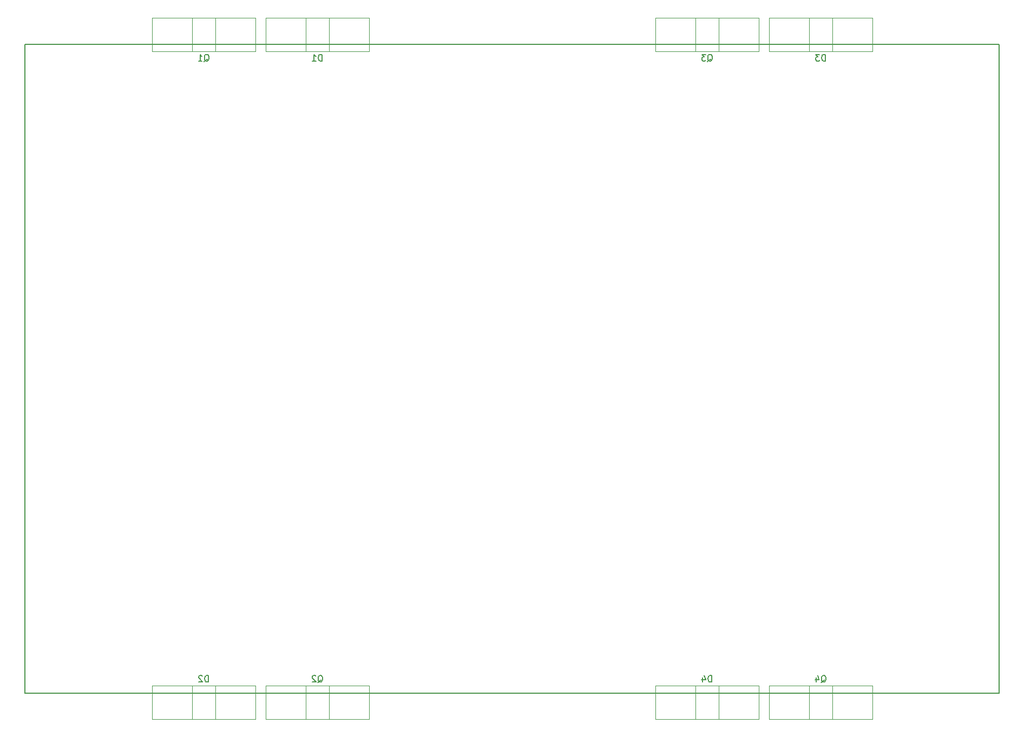
<source format=gbr>
G04 #@! TF.FileFunction,Legend,Bot*
%FSLAX46Y46*%
G04 Gerber Fmt 4.6, Leading zero omitted, Abs format (unit mm)*
G04 Created by KiCad (PCBNEW 4.0.7) date 01/04/18 11:15:24*
%MOMM*%
%LPD*%
G01*
G04 APERTURE LIST*
%ADD10C,0.100000*%
%ADD11C,0.200000*%
%ADD12C,0.120000*%
%ADD13C,0.150000*%
G04 APERTURE END LIST*
D10*
D11*
X20320000Y120650000D02*
X20320000Y19050000D01*
X172720000Y120650000D02*
X20320000Y120650000D01*
X172720000Y19050000D02*
X172720000Y120650000D01*
X20320000Y19050000D02*
X172720000Y19050000D01*
D12*
X57970000Y119469000D02*
X74110000Y119469000D01*
X57970000Y124740000D02*
X74110000Y124740000D01*
X57970000Y119469000D02*
X57970000Y124740000D01*
X74110000Y119469000D02*
X74110000Y124740000D01*
X64236000Y119469000D02*
X64236000Y124740000D01*
X67845000Y119469000D02*
X67845000Y124740000D01*
X56330000Y20231000D02*
X40190000Y20231000D01*
X56330000Y14960000D02*
X40190000Y14960000D01*
X56330000Y20231000D02*
X56330000Y14960000D01*
X40190000Y20231000D02*
X40190000Y14960000D01*
X50064000Y20231000D02*
X50064000Y14960000D01*
X46455000Y20231000D02*
X46455000Y14960000D01*
X136710000Y119469000D02*
X152850000Y119469000D01*
X136710000Y124740000D02*
X152850000Y124740000D01*
X136710000Y119469000D02*
X136710000Y124740000D01*
X152850000Y119469000D02*
X152850000Y124740000D01*
X142976000Y119469000D02*
X142976000Y124740000D01*
X146585000Y119469000D02*
X146585000Y124740000D01*
X135070000Y20231000D02*
X118930000Y20231000D01*
X135070000Y14960000D02*
X118930000Y14960000D01*
X135070000Y20231000D02*
X135070000Y14960000D01*
X118930000Y20231000D02*
X118930000Y14960000D01*
X128804000Y20231000D02*
X128804000Y14960000D01*
X125195000Y20231000D02*
X125195000Y14960000D01*
X40190000Y119469000D02*
X56330000Y119469000D01*
X40190000Y124740000D02*
X56330000Y124740000D01*
X40190000Y119469000D02*
X40190000Y124740000D01*
X56330000Y119469000D02*
X56330000Y124740000D01*
X46456000Y119469000D02*
X46456000Y124740000D01*
X50065000Y119469000D02*
X50065000Y124740000D01*
X74110000Y20231000D02*
X57970000Y20231000D01*
X74110000Y14960000D02*
X57970000Y14960000D01*
X74110000Y20231000D02*
X74110000Y14960000D01*
X57970000Y20231000D02*
X57970000Y14960000D01*
X67844000Y20231000D02*
X67844000Y14960000D01*
X64235000Y20231000D02*
X64235000Y14960000D01*
X118930000Y119469000D02*
X135070000Y119469000D01*
X118930000Y124740000D02*
X135070000Y124740000D01*
X118930000Y119469000D02*
X118930000Y124740000D01*
X135070000Y119469000D02*
X135070000Y124740000D01*
X125196000Y119469000D02*
X125196000Y124740000D01*
X128805000Y119469000D02*
X128805000Y124740000D01*
X152850000Y20231000D02*
X136710000Y20231000D01*
X152850000Y14960000D02*
X136710000Y14960000D01*
X152850000Y20231000D02*
X152850000Y14960000D01*
X136710000Y20231000D02*
X136710000Y14960000D01*
X146584000Y20231000D02*
X146584000Y14960000D01*
X142975000Y20231000D02*
X142975000Y14960000D01*
D13*
X66778095Y118017619D02*
X66778095Y119017619D01*
X66540000Y119017619D01*
X66397142Y118970000D01*
X66301904Y118874762D01*
X66254285Y118779524D01*
X66206666Y118589048D01*
X66206666Y118446190D01*
X66254285Y118255714D01*
X66301904Y118160476D01*
X66397142Y118065238D01*
X66540000Y118017619D01*
X66778095Y118017619D01*
X65254285Y118017619D02*
X65825714Y118017619D01*
X65540000Y118017619D02*
X65540000Y119017619D01*
X65635238Y118874762D01*
X65730476Y118779524D01*
X65825714Y118731905D01*
X48998095Y20777619D02*
X48998095Y21777619D01*
X48760000Y21777619D01*
X48617142Y21730000D01*
X48521904Y21634762D01*
X48474285Y21539524D01*
X48426666Y21349048D01*
X48426666Y21206190D01*
X48474285Y21015714D01*
X48521904Y20920476D01*
X48617142Y20825238D01*
X48760000Y20777619D01*
X48998095Y20777619D01*
X48045714Y21682381D02*
X47998095Y21730000D01*
X47902857Y21777619D01*
X47664761Y21777619D01*
X47569523Y21730000D01*
X47521904Y21682381D01*
X47474285Y21587143D01*
X47474285Y21491905D01*
X47521904Y21349048D01*
X48093333Y20777619D01*
X47474285Y20777619D01*
X145518095Y118017619D02*
X145518095Y119017619D01*
X145280000Y119017619D01*
X145137142Y118970000D01*
X145041904Y118874762D01*
X144994285Y118779524D01*
X144946666Y118589048D01*
X144946666Y118446190D01*
X144994285Y118255714D01*
X145041904Y118160476D01*
X145137142Y118065238D01*
X145280000Y118017619D01*
X145518095Y118017619D01*
X144613333Y119017619D02*
X143994285Y119017619D01*
X144327619Y118636667D01*
X144184761Y118636667D01*
X144089523Y118589048D01*
X144041904Y118541429D01*
X143994285Y118446190D01*
X143994285Y118208095D01*
X144041904Y118112857D01*
X144089523Y118065238D01*
X144184761Y118017619D01*
X144470476Y118017619D01*
X144565714Y118065238D01*
X144613333Y118112857D01*
X127738095Y20777619D02*
X127738095Y21777619D01*
X127500000Y21777619D01*
X127357142Y21730000D01*
X127261904Y21634762D01*
X127214285Y21539524D01*
X127166666Y21349048D01*
X127166666Y21206190D01*
X127214285Y21015714D01*
X127261904Y20920476D01*
X127357142Y20825238D01*
X127500000Y20777619D01*
X127738095Y20777619D01*
X126309523Y21444286D02*
X126309523Y20777619D01*
X126547619Y21825238D02*
X126785714Y21110952D01*
X126166666Y21110952D01*
X48355238Y117922381D02*
X48450476Y117970000D01*
X48545714Y118065238D01*
X48688571Y118208095D01*
X48783810Y118255714D01*
X48879048Y118255714D01*
X48831429Y118017619D02*
X48926667Y118065238D01*
X49021905Y118160476D01*
X49069524Y118350952D01*
X49069524Y118684286D01*
X49021905Y118874762D01*
X48926667Y118970000D01*
X48831429Y119017619D01*
X48640952Y119017619D01*
X48545714Y118970000D01*
X48450476Y118874762D01*
X48402857Y118684286D01*
X48402857Y118350952D01*
X48450476Y118160476D01*
X48545714Y118065238D01*
X48640952Y118017619D01*
X48831429Y118017619D01*
X47450476Y118017619D02*
X48021905Y118017619D01*
X47736191Y118017619D02*
X47736191Y119017619D01*
X47831429Y118874762D01*
X47926667Y118779524D01*
X48021905Y118731905D01*
X66135238Y20682381D02*
X66230476Y20730000D01*
X66325714Y20825238D01*
X66468571Y20968095D01*
X66563810Y21015714D01*
X66659048Y21015714D01*
X66611429Y20777619D02*
X66706667Y20825238D01*
X66801905Y20920476D01*
X66849524Y21110952D01*
X66849524Y21444286D01*
X66801905Y21634762D01*
X66706667Y21730000D01*
X66611429Y21777619D01*
X66420952Y21777619D01*
X66325714Y21730000D01*
X66230476Y21634762D01*
X66182857Y21444286D01*
X66182857Y21110952D01*
X66230476Y20920476D01*
X66325714Y20825238D01*
X66420952Y20777619D01*
X66611429Y20777619D01*
X65801905Y21682381D02*
X65754286Y21730000D01*
X65659048Y21777619D01*
X65420952Y21777619D01*
X65325714Y21730000D01*
X65278095Y21682381D01*
X65230476Y21587143D01*
X65230476Y21491905D01*
X65278095Y21349048D01*
X65849524Y20777619D01*
X65230476Y20777619D01*
X127095238Y117922381D02*
X127190476Y117970000D01*
X127285714Y118065238D01*
X127428571Y118208095D01*
X127523810Y118255714D01*
X127619048Y118255714D01*
X127571429Y118017619D02*
X127666667Y118065238D01*
X127761905Y118160476D01*
X127809524Y118350952D01*
X127809524Y118684286D01*
X127761905Y118874762D01*
X127666667Y118970000D01*
X127571429Y119017619D01*
X127380952Y119017619D01*
X127285714Y118970000D01*
X127190476Y118874762D01*
X127142857Y118684286D01*
X127142857Y118350952D01*
X127190476Y118160476D01*
X127285714Y118065238D01*
X127380952Y118017619D01*
X127571429Y118017619D01*
X126809524Y119017619D02*
X126190476Y119017619D01*
X126523810Y118636667D01*
X126380952Y118636667D01*
X126285714Y118589048D01*
X126238095Y118541429D01*
X126190476Y118446190D01*
X126190476Y118208095D01*
X126238095Y118112857D01*
X126285714Y118065238D01*
X126380952Y118017619D01*
X126666667Y118017619D01*
X126761905Y118065238D01*
X126809524Y118112857D01*
X144875238Y20682381D02*
X144970476Y20730000D01*
X145065714Y20825238D01*
X145208571Y20968095D01*
X145303810Y21015714D01*
X145399048Y21015714D01*
X145351429Y20777619D02*
X145446667Y20825238D01*
X145541905Y20920476D01*
X145589524Y21110952D01*
X145589524Y21444286D01*
X145541905Y21634762D01*
X145446667Y21730000D01*
X145351429Y21777619D01*
X145160952Y21777619D01*
X145065714Y21730000D01*
X144970476Y21634762D01*
X144922857Y21444286D01*
X144922857Y21110952D01*
X144970476Y20920476D01*
X145065714Y20825238D01*
X145160952Y20777619D01*
X145351429Y20777619D01*
X144065714Y21444286D02*
X144065714Y20777619D01*
X144303810Y21825238D02*
X144541905Y21110952D01*
X143922857Y21110952D01*
M02*

</source>
